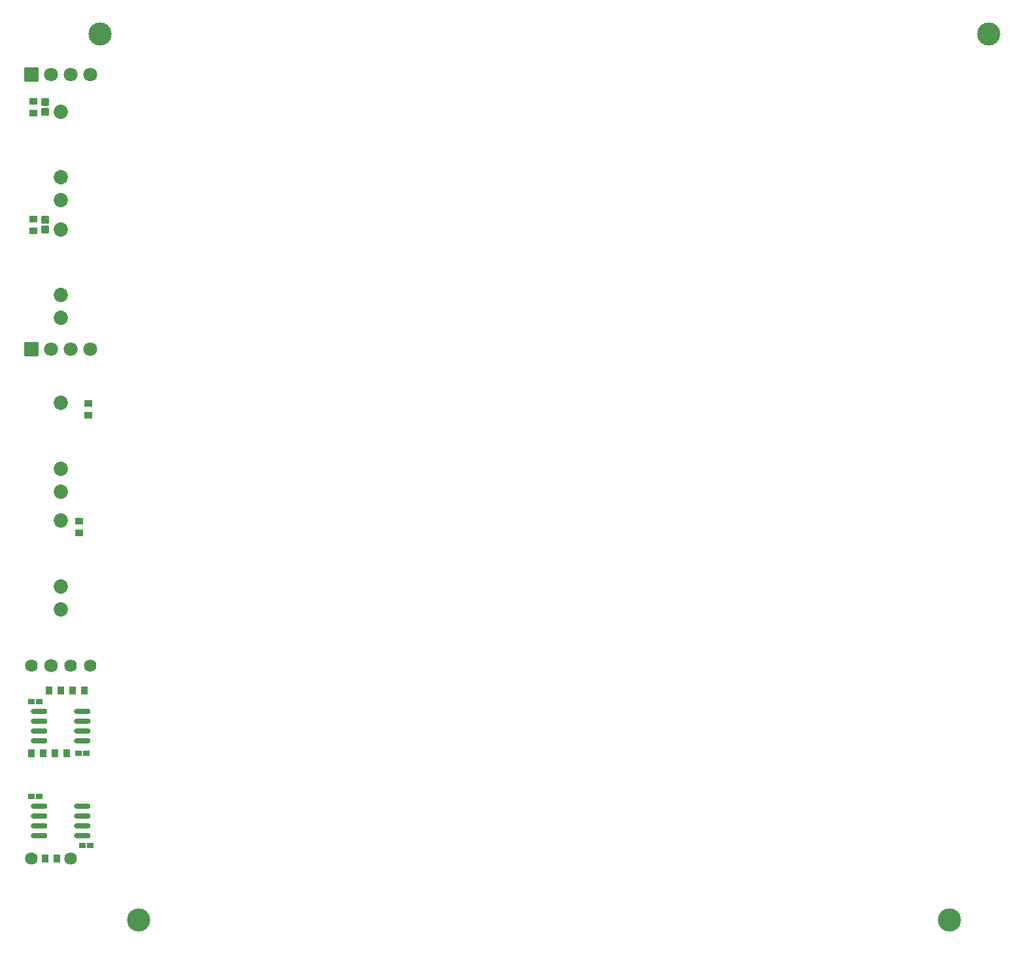
<source format=gbs>
G04 Layer: BottomSolderMaskLayer*
G04 EasyEDA v6.5.23, 2023-07-06 13:56:57*
G04 b9381c7a78c54a84ad0699960bbaf6d2,5a6b42c53f6a479593ecc07194224c93,10*
G04 Gerber Generator version 0.2*
G04 Scale: 100 percent, Rotated: No, Reflected: No *
G04 Dimensions in millimeters *
G04 leading zeros omitted , absolute positions ,4 integer and 5 decimal *
%FSLAX45Y45*%
%MOMM*%

%AMMACRO1*1,1,$1,$2,$3*1,1,$1,$4,$5*1,1,$1,0-$2,0-$3*1,1,$1,0-$4,0-$5*20,1,$1,$2,$3,$4,$5,0*20,1,$1,$4,$5,0-$2,0-$3,0*20,1,$1,0-$2,0-$3,0-$4,0-$5,0*20,1,$1,0-$4,0-$5,$2,$3,0*4,1,4,$2,$3,$4,$5,0-$2,0-$3,0-$4,0-$5,$2,$3,0*%
%ADD10MACRO1,0.1016X-0.395X0.27X-0.395X-0.27*%
%ADD11MACRO1,0.1016X0.395X0.27X0.395X-0.27*%
%ADD12MACRO1,0.1016X0.432X0.4032X-0.432X0.4032*%
%ADD13MACRO1,0.1016X0.432X-0.4032X-0.432X-0.4032*%
%ADD14MACRO1,0.1016X0.4032X-0.432X0.4032X0.432*%
%ADD15MACRO1,0.1016X-0.4032X-0.432X-0.4032X0.432*%
%ADD16MACRO1,0.1016X-0.432X-0.4032X0.432X-0.4032*%
%ADD17MACRO1,0.1016X-0.432X0.4032X0.432X0.4032*%
%ADD18MACRO1,0.1016X-0.85X-0.85X0.85X-0.85*%
%ADD19C,1.8016*%
%ADD20MACRO1,0.1016X0.395X-0.27X0.395X0.27*%
%ADD21MACRO1,0.1016X-0.395X-0.27X-0.395X0.27*%
%ADD22O,2.1466048X0.68961*%
%ADD23MACRO1,0.1016X0.4536X0.4366X-0.4536X0.4366*%
%ADD24MACRO1,0.1016X0.4536X-0.4366X-0.4536X-0.4366*%
%ADD25C,1.8532*%
%ADD26C,1.6256*%
%ADD27C,1.7272*%
%ADD28C,3.0000*%

%LPD*%
D10*
G01*
X219605Y2463800D03*
D11*
G01*
X110594Y2463800D03*
D12*
G01*
X139700Y11316575D03*
D13*
G01*
X139700Y11467224D03*
D12*
G01*
X139700Y9792575D03*
D13*
G01*
X139700Y9943224D03*
D14*
G01*
X419975Y3022600D03*
D15*
G01*
X570624Y3022600D03*
D14*
G01*
X115175Y3022600D03*
D15*
G01*
X265824Y3022600D03*
D14*
G01*
X648575Y3835400D03*
D15*
G01*
X799224Y3835400D03*
D14*
G01*
X343775Y3835400D03*
D15*
G01*
X494424Y3835400D03*
D16*
G01*
X736600Y6031624D03*
D17*
G01*
X736600Y5880975D03*
D16*
G01*
X850900Y7555624D03*
D17*
G01*
X850900Y7404975D03*
D14*
G01*
X292975Y1663700D03*
D15*
G01*
X443624Y1663700D03*
D18*
G01*
X114300Y8255000D03*
D19*
G01*
X368300Y8255000D03*
G01*
X622300Y8255000D03*
G01*
X876300Y8255000D03*
D18*
G01*
X114300Y11811000D03*
D19*
G01*
X368300Y11811000D03*
G01*
X622300Y11811000D03*
G01*
X876300Y11811000D03*
D20*
G01*
X770994Y1828800D03*
D21*
G01*
X880005Y1828800D03*
D10*
G01*
X829205Y3022600D03*
D11*
G01*
X720194Y3022600D03*
D10*
G01*
X219605Y3695700D03*
D11*
G01*
X110594Y3695700D03*
D22*
G01*
X772540Y3568700D03*
G01*
X772540Y3441700D03*
G01*
X772540Y3314700D03*
G01*
X772540Y3187700D03*
G01*
X218059Y3568700D03*
G01*
X218059Y3441700D03*
G01*
X218059Y3314700D03*
G01*
X218059Y3187700D03*
G01*
X772540Y2336800D03*
G01*
X772540Y2209800D03*
G01*
X772540Y2082800D03*
G01*
X772540Y1955800D03*
G01*
X218059Y2336800D03*
G01*
X218059Y2209800D03*
G01*
X218059Y2082800D03*
G01*
X218059Y1955800D03*
D23*
G01*
X292100Y11329743D03*
D24*
G01*
X292100Y11454056D03*
D23*
G01*
X292100Y9805743D03*
D24*
G01*
X292100Y9930056D03*
D25*
G01*
X493521Y7561986D03*
G01*
X493521Y6712000D03*
G01*
X493521Y6411976D03*
G01*
X493521Y6037986D03*
G01*
X493521Y5188000D03*
G01*
X493521Y4887976D03*
G01*
X493521Y11333861D03*
G01*
X493521Y10483875D03*
G01*
X493521Y10183850D03*
G01*
X493521Y9809886D03*
G01*
X493521Y8959900D03*
G01*
X493521Y8659876D03*
D26*
G01*
X114300Y4163695D03*
D27*
G01*
X368300Y4163695D03*
D26*
G01*
X622300Y4163695D03*
G01*
X876300Y4163695D03*
G01*
X622300Y1663700D03*
G01*
X114300Y1663700D03*
D28*
G01*
X999997Y12337999D03*
G01*
X12505994Y12337999D03*
G01*
X1499997Y870000D03*
G01*
X12005995Y870000D03*
M02*

</source>
